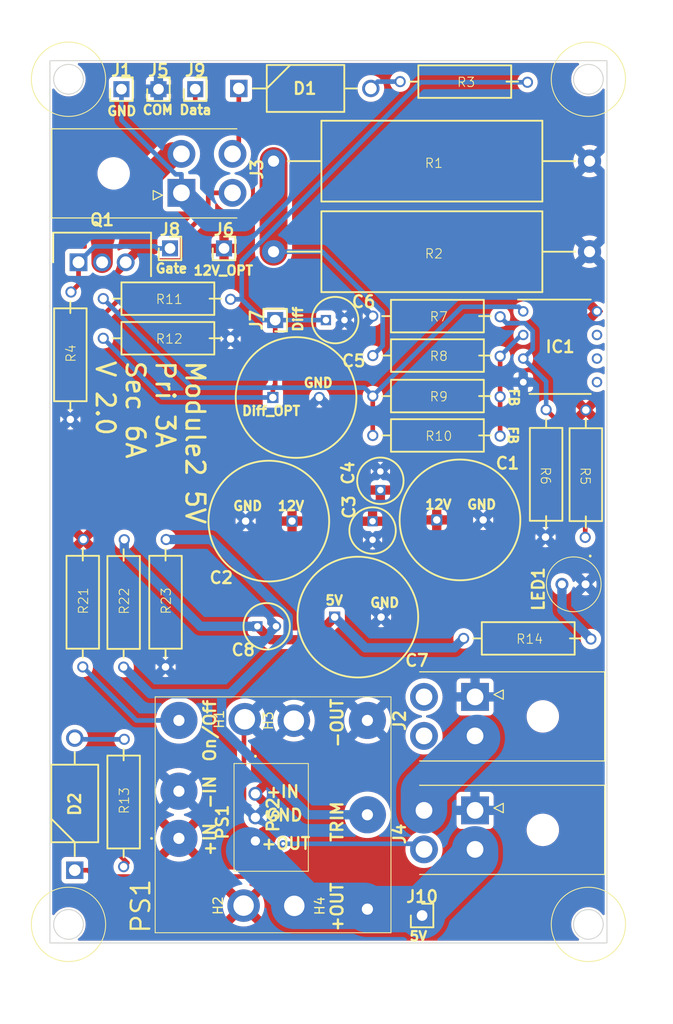
<source format=kicad_pcb>
(kicad_pcb (version 20221018) (generator pcbnew)
  (layers (0 "F.Cu" signal) (31 "B.Cu" signal) (34 "B.Paste" user) (35 "F.Paste" user) (36 "B.SilkS" user "B.Silkscreen") (37 "F.SilkS" user "F.Silkscreen") (38 "B.Mask" user) (39 "F.Mask" user) (44 "Edge.Cuts" user))
  (net 0 "")
  (net 1 "GND")
  (net 2 "/5V_Supply")
  (net 3 "Net-(D1-A)")
  (net 4 "Net-(D1-K)")
  (net 5 "Net-(D2-A)")
  (net 6 "Net-(D2-K)")
  (net 7 "/Prope_PMOS_Gate")
  (net 8 "Net-(IC1-1OUT)")
  (net 9 "/12V_Input")
  (net 10 "/Diff-")
  (net 11 "/DiffOpt")
  (net 12 "/Data")
  (net 13 "/EX_Power")
  (net 16 "Net-(LED1-A)")
  (net 17 "Net-(PS2-TRIM)")
  (net 18 "/12V_Supply")
  (net 19 "Net-(IC1-1IN-)")
  (net 20 "Net-(IC1-1IN+)")
  (net 24 "Net-(PS2-REMOTE_ON{slash}OFF)")
  (footprint "Costum:Resistor" (layer "F.Cu") (at 33.143 45.026)
    (fp_text reference "R11" (at 0 1.016 unlocked) (layer "F.SilkS") (effects (font (thickness 0.1))))
    (fp_text value "293-10K-RC")
    (pad "1" thru_hole circle (at -7.112 0.948) (size 1.2 1.2) (drill 0.8) (layers "*.Cu" "*.Mask") (net 8 "Net-(IC1-1OUT)"))
    (pad "2" thru_hole circle (at 6.604 1.016) (size 1.2 1.2) (drill 0.8) (layers "*.Cu" "*.Mask") (net 11 "/DiffOpt"))
  )
  (footprint "Import:CAPPRD500W60D1300H2200" (layer "F.Cu") (at 44.3014 56.6166)
    (fp_text reference "C5" (at 8.7084 -3.937) (layer "F.SilkS") (effects (font (size 1.27 1.27) (thickness 0.254))))
    (fp_text value "MAL214250102E3" hide)
    (pad "1" thru_hole rect (at 0 0) (size 1.2 1.2) (drill 0.8) (layers "*.Cu" "*.Mask") (net 11 "/DiffOpt"))
    (pad "2" thru_hole circle (at 5 0) (size 1.2 1.2) (drill 0.8) (layers "*.Cu" "*.Mask") (net 1 "GND"))
  )
  (footprint "Costum:Resistor" (layer "F.Cu") (at 21.5392 51.8668 90)
    (fp_text reference "R4" (at 0 1.016 90 unlocked) (layer "F.SilkS") (effects (font (thickness 0.1))))
    (fp_text value "293-10K-RC")
    (pad "1" thru_hole circle (at -7.112 0.948 90) (size 1.2 1.2) (drill 0.8) (layers "*.Cu" "*.Mask") (net 1 "GND"))
    (pad "2" thru_hole circle (at 6.604 1.016 90) (size 1.2 1.2) (drill 0.8) (layers "*.Cu" "*.Mask") (net 7 "/Prope_PMOS_Gate"))
  )
  (footprint "Costum:Power Resistor" (layer "F.Cu") (at 54.5338 41.6494)
    (fp_text reference "R2" (at 7.112 -0.508 unlocked) (layer "F.SilkS") (effects (font (thickness 0.1))))
    (fp_text value "RSAWW51R0")
    (pad "1" thru_hole circle (at -10.16 -0.73) (size 2.5 2.5) (drill 1.2) (layers "*.Cu" "*.Mask") (net 10 "/Diff-"))
    (pad "2" thru_hole circle (at 23.876 -0.73) (size 2.5 2.5) (drill 1.2) (layers "*.Cu" "*.Mask") (net 1 "GND"))
  )
  (footprint "Import:CAPPRD500W60D1300H2200" (layer "F.Cu") (at 50.9562 80.264)
    (fp_text reference "C7" (at 8.8608 4.6736) (layer "F.SilkS") (effects (font (size 1.27 1.27) (thickness 0.254))))
    (fp_text value "MAL214250102E3" hide)
    (pad "1" thru_hole rect (at 0 0) (size 1.2 1.2) (drill 0.8) (layers "*.Cu" "*.Mask") (net 2 "/5V_Supply"))
    (pad "2" thru_hole circle (at 5 0) (size 1.2 1.2) (drill 0.8) (layers "*.Cu" "*.Mask") (net 1 "GND"))
  )
  (footprint "Import:CAPPRD200W50D500H1100" (layer "F.Cu") (at 50.0126 48.2854)
    (fp_text reference "C6" (at 4.064 -1.9812) (layer "F.SilkS") (effects (font (size 1.27 1.27) (thickness 0.254))))
    (fp_text value "515D225M100JA6AE3" hide)
    (pad "1" thru_hole rect (at 0 0) (size 1.1 1.1) (drill 0.7) (layers "*.Cu" "*.Mask") (net 11 "/DiffOpt"))
    (pad "2" thru_hole circle (at 2 0) (size 1.1 1.1) (drill 0.7) (layers "*.Cu" "*.Mask") (net 1 "GND"))
  )
  (footprint "Import:39-30-104Y" (layer "F.Cu") (at 66.0806 101.0748 90)
    (fp_text reference "J4" (at -2.54 -8.128 90) (layer "F.SilkS") (effects (font (size 1.27 1.27) (thickness 0.254))))
    (fp_text value "39-30-1040" hide)
    (pad "" np_thru_hole circle (at -2.1 7.3 90) (size 3 3) (drill 3) (layers "*.Cu" "*.Mask"))
    (pad "1" thru_hole rect (at 0 0 90) (size 3 3) (drill 1.8) (layers "*.Cu" "*.Mask") (net 1 "GND"))
    (pad "2" thru_hole circle (at -4.2 0 90) (size 3 3) (drill 1.8) (layers "*.Cu" "*.Mask") (net 2 "/5V_Supply"))
    (pad "3" thru_hole circle (at 0 -5.5 90) (size 3 3) (drill 1.8) (layers "*.Cu" "*.Mask") (net 13 "/EX_Power"))
    (pad "4" thru_hole circle (at -4.2 -5.5 90) (size 3 3) (drill 1.8) (layers "*.Cu" "*.Mask") (net 6 "Net-(D2-K)"))
  )
  (footprint "Costum:Resistor" (layer "F.Cu") (at 62.1752 46.9056)
    (fp_text reference "R7" (at 0 1.016 unlocked) (layer "F.SilkS") (effects (font (thickness 0.1))))
    (fp_text value "293-10K-RC")
    (pad "1" thru_hole circle (at -7.112 0.948) (size 1.2 1.2) (drill 0.8) (layers "*.Cu" "*.Mask") (net 1 "GND"))
    (pad "2" thru_hole circle (at 6.604 1.016) (size 1.2 1.2) (drill 0.8) (layers "*.Cu" "*.Mask") (net 20 "Net-(IC1-1IN+)"))
  )
  (footprint "Import:HDRV1W66P0X254_1X1_213X254X1074P" (layer "F.Cu") (at 27.9908 23.4188)
    (fp_text reference "J1" (at 0 -2.032) (layer "F.SilkS") (effects (font (size 1.27 1.27) (thickness 0.254))))
    (fp_text value "87224-1" hide)
    (pad "1" thru_hole rect (at 0 0) (size 1.725 1.725) (drill 1.15) (layers "*.Cu" "*.Mask") (net 10 "/Diff-"))
  )
  (footprint "Import:39-30-104Y" (layer "F.Cu") (at 34.4526 34.5866 -90)
    (fp_text reference "J3" (at -2.54 -8.128 -90) (layer "F.SilkS") (effects (font (size 1.27 1.27) (thickness 0.254))))
    (fp_text value "39-30-1040" hide)
    (pad "" np_thru_hole circle (at -2.1 7.3 270) (size 3 3) (drill 3) (layers "*.Cu" "*.Mask"))
    (pad "1" thru_hole rect (at 0 0 270) (size 3 3) (drill 1.8) (layers "*.Cu" "*.Mask") (net 10 "/Diff-"))
    (pad "2" thru_hole circle (at -4.2 0 270) (size 3 3) (drill 1.8) (layers "*.Cu" "*.Mask") (net 9 "/12V_Input"))
    (pad "3" thru_hole circle (at 0 -5.5 270) (size 3 3) (drill 1.8) (layers "*.Cu" "*.Mask") (net 12 "/Data"))
    (pad "4" thru_hole circle (at -4.2 -5.5 270) (size 3 3) (drill 1.8) (layers "*.Cu" "*.Mask") (net 4 "Net-(D1-K)"))
  )
  (footprint "Import:DIOAD2855W107L835D505" (layer "F.Cu") (at 33.5197 23.3426)
    (fp_text reference "D1" (at 14.224 0) (layer "F.SilkS") (effects (font (size 1.27 1.27) (thickness 0.254))))
    (fp_text value "1.5KE22CAHE3_A_C" hide)
    (pad "1" thru_hole rect (at 7.112 0) (size 1.875 1.875) (drill 1.25) (layers "*.Cu" "*.Mask") (net 4 "Net-(D1-K)"))
    (pad "2" thru_hole circle (at 21.336 0) (size 1.875 1.875) (drill 1.25) (layers "*.Cu" "*.Mask") (net 3 "Net-(D1-A)"))
  )
  (footprint "Import:HDRV1W66P0X254_1X1_213X254X1074P" (layer "F.Cu") (at 35.941 23.4188)
    (fp_text reference "J9" (at 0 -2.032) (layer "F.SilkS") (effects (font (size 1.27 1.27) (thickness 0.254))))
    (fp_text value "87224-1" hide)
    (pad "1" thru_hole rect (at 0 0) (size 1.725 1.725) (drill 1.15) (layers "*.Cu" "*.Mask") (net 12 "/Data"))
  )
  (footprint "Costum:Resistor" (layer "F.Cu") (at 74.6842 65.0454 -90)
    (fp_text reference "R6" (at 0 1.016 -90 unlocked) (layer "F.SilkS") (effects (font (thickness 0.1))))
    (fp_text value "293-10K-RC")
    (pad "1" thru_hole circle (at -7.112 0.948 270) (size 1.2 1.2) (drill 0.8) (layers "*.Cu" "*.Mask") (net 20 "Net-(IC1-1IN+)"))
    (pad "2" thru_hole circle (at 6.604 1.016 270) (size 1.2 1.2) (drill 0.8) (layers "*.Cu" "*.Mask") (net 1 "GND"))
  )
  (footprint "Import:TO254P469X1042X1967-3P" (layer "F.Cu") (at 23.368 42.0624)
    (fp_text reference "Q1" (at 2.54 -4.572) (layer "F.SilkS") (effects (font (size 1.27 1.27) (thickness 0.254))))
    (fp_text value "IRF4905PBF" hide)
    (pad "1" thru_hole rect (at 0 0) (size 1.92 1.92) (drill 1.28) (layers "*.Cu" "*.Mask") (net 7 "/Prope_PMOS_Gate"))
    (pad "2" thru_hole circle (at 2.54 0) (size 1.92 1.92) (drill 1.28) (layers "*.Cu" "*.Mask") (net 9 "/12V_Input"))
    (pad "3" thru_hole circle (at 5.08 0) (size 1.92 1.92) (drill 1.28) (layers "*.Cu" "*.Mask") (net 18 "/12V_Supply"))
  )
  (footprint "Costum:Resistor" (layer "F.Cu") (at 27.2792 78.5368 90)
    (fp_text reference "R22" (at 0 1.016 90 unlocked) (layer "F.SilkS") (effects (font (thickness 0.1))))
    (fp_text value "293-10K-RC")
    (pad "1" thru_hole circle (at -7.112 0.948 90) (size 1.2 1.2) (drill 0.8) (layers "*.Cu" "*.Mask") (net 17 "Net-(PS2-TRIM)"))
    (pad "2" thru_hole circle (at 6.604 1.016 90) (size 1.2 1.2) (drill 0.8) (layers "*.Cu" "*.Mask") (net 2 "/5V_Supply"))
  )
  (footprint "Costum:Resistor" (layer "F.Cu") (at 62.1792 51.1556)
    (fp_text reference "R8" (at 0 1.016 unlocked) (layer "F.SilkS") (effects (font (thickness 0.1))))
    (fp_text value "293-10K-RC")
    (pad "1" thru_hole circle (at -7.112 0.948) (size 1.2 1.2) (drill 0.8) (layers "*.Cu" "*.Mask") (net 10 "/Diff-"))
    (pad "2" thru_hole circle (at 6.604 1.016) (size 1.2 1.2) (drill 0.8) (layers "*.Cu" "*.Mask") (net 19 "Net-(IC1-1IN-)"))
  )
  (footprint "Import:HDRV1W66P0X254_1X1_213X254X1074P" (layer "F.Cu") (at 31.9786 23.4188)
    (fp_text reference "J5" (at 0 -2.032) (layer "F.SilkS") (effects (font (size 1.27 1.27) (thickness 0.254))))
    (fp_text value "87224-1" hide)
    (pad "1" thru_hole rect (at 0 0) (size 1.725 1.725) (drill 1.15) (layers "*.Cu" "*.Mask") (net 1 "GND"))
  )
  (footprint "MountingHole:MountingHole_2.2mm_M2_ISO7380_Pad_TopBottom" (layer "F.Cu") (at 46.6106 111.3554 -90)
    (fp_text reference "H4" (at 0 -2.75 90) (layer "F.SilkS"))
    (fp_text value "MountingHole_Pad")
    (pad "1" thru_hole circle (at 0 0 270) (size 2.6 2.6) (drill 2.2) (layers "*.Cu" "*.Mask") (net 2 "/5V_Supply"))
    (pad "1" connect circle (at 0 0 270) (size 3.5 3.5) (layers "F.Cu" "F.Mask") (net 2 "/5V_Supply"))
    (pad "1" connect circle (at 0 0 270) (size 3.5 3.5) (layers "B.Cu" "B.Mask") (net 2 "/5V_Supply"))
  )
  (footprint "Costum:Resistor" (layer "F.Cu") (at 33.143 49.2932)
    (fp_text reference "R12" (at 0 1.016 unlocked) (layer "F.SilkS") (effects (font (thickness 0.1))))
    (fp_text value "293-10K-RC")
    (pad "1" thru_hole circle (at -7.112 0.948) (size 1.2 1.2) (drill 0.8) (layers "*.Cu" "*.Mask") (net 11 "/DiffOpt"))
    (pad "2" thru_hole circle (at 6.604 1.016) (size 1.2 1.2) (drill 0.8) (layers "*.Cu" "*.Mask") (net 1 "GND"))
  )
  (footprint "Costum:Resistor" (layer "F.Cu") (at 31.7926 78.5154 90)
    (fp_text reference "R23" (at 0 1.016 90 unlocked) (layer "F.SilkS") (effects (font (thickness 0.1))))
    (fp_text value "293-10K-RC")
    (pad "1" thru_hole circle (at -7.112 0.948 90) (size 1.2 1.2) (drill 0.8) (layers "*.Cu" "*.Mask") (net 1 "GND"))
    (pad "2" thru_hole circle (at 6.604 1.016 90) (size 1.2 1.2) (drill 0.8) (layers "*.Cu" "*.Mask") (net 17 "Net-(PS2-TRIM)"))
  )
  (footprint "Import:K78XXM1000R3" (layer "F.Cu") (at 42.4196 99.2904 -90)
    (fp_text reference "PS1" (at 3.048 3.556 -90) (layer "F.SilkS") (effects (font (size 1.27 1.27) (thickness 0.254))))
    (fp_text value "K78XXM-1000R3" hide)
    (fp_text user "+OUT" (at 6.096 -0.508 unlocked) (layer "F.SilkS") (effects (font (size 1.27 1.27) (thickness 0.254) bold) (justify left bottom)))
    (fp_text user "GND" (at 3.048 -1.016 unlocked) (layer "F.SilkS") (effects (font (size 1.27 1.27) (thickness 0.254) bold) (justify left bottom)))
    (fp_text user "+IN" (at 0.508 -1.016 unlocked) (layer "F.SilkS") (effects (font (size 1.27 1.27) (thickness 0.254) bold) (justify left bottom)))
    (pad "1" thru_hole circle (at 0 0 270) (size 1.5 1.5) (drill 1) (layers "*.Cu" "*.Mask") (net 18 "/12V_Supply"))
    (pad "2" thru_hole circle (at 2.54 0 270) (size 1.5 1.5) (drill 1) (layers "*.Cu" "*.Mask") (net 1 "GND"))
    (pad "3" thru_hole circle (at 5.08 0 270) (size 1.5 1.5) (drill 1) (layers "*.Cu" "*.Mask") (net 2 "/5V_Supply"))
  )
  (footprint "Costum:Resistor" (layer "F.Cu") (at 62.1752 55.5162)
    (fp_text reference "R9" (at 0 1.016 unlocked) (layer "F.SilkS") (effects (font (thickness 0.1))))
    (fp_text value "293-10K-RC")
    (pad "1" thru_hole circle (at -7.112 0.948) (size 1.2 1.2) (drill 0.8) (layers "*.Cu" "*.Mask") (net 8 "Net-(IC1-1OUT)"))
    (pad "2" thru_hole circle (at 6.604 1.016) (size 1.2 1.2) (drill 0.8) (layers "*.Cu" "*.Mask") (net 19 "Net-(IC1-1IN-)"))
  )
  (footprint "MountingHole:MountingHole_2.2mm_M2_ISO7380_Pad_TopBottom" (layer "F.Cu") (at 46.5598 91.4164 90)
    (fp_text reference "H3" (at 0 -2.75 90) (layer "F.SilkS"))
    (fp_text value "MountingHole_Pad")
    (pad "1" thru_hole circle (at 0 0 90) (size 2.6 2.6) (drill 2.2) (layers "*.Cu" "*.Mask") (net 1 "GND"))
    (pad "1" connect circle (at 0 0 90) (size 3.5 3.5) (layers "F.Cu" "F.Mask") (net 1 "GND"))
    (pad "1" connect circle (at 0 0 90) (size 3.5 3.5) (layers "B.Cu" "B.Mask") (net 1 "GND"))
  )
  (footprint "Import:CAPPRD200W50D500H1100" (layer "F.Cu") (at 55.0418 69.9422 -90)
    (fp_text reference "C3" (at -1.524 2.54 -90) (layer "F.SilkS") (effects (font (size 1.27 1.27) (thickness 0.254))))
    (fp_text value "515D225M100JA6AE3" hide)
    (pad "1" thru_hole rect (at 0 0 270) (size 1.1 1.1) (drill 0.7) (layers "*.Cu" "*.Mask") (net 18 "/12V_Supply"))
    (pad "2" thru_hole circle (at 2 0 270) (size 1.1 1.1) (drill 0.7) (layers "*.Cu" "*.Mask") (net 1 "GND"))
  )
  (footprint "Costum:Resistor" (layer "F.Cu") (at 78.9608 65.0748 -90)
    (fp_text reference "R5" (at 0 1.016 -90 unlocked) (layer "F.SilkS") (effects (font (thickness 0.1))))
    (fp_text value "293-10K-RC")
    (pad "1" thru_hole circle (at -7.112 0.948 270) (size 1.2 1.2) (drill 0.8) (layers "*.Cu" "*.Mask") (net 18 "/12V_Supply"))
    (pad "2" thru_hole circle (at 6.604 1.016 270) (size 1.2 1.2) (drill 0.8) (layers "*.Cu" "*.Mask") (net 20 "Net-(IC1-1IN+)"))
  )
  (footprint "Import:HDRV1W66P0X254_1X1_213X254X1074P" (layer "F.Cu") (at 60.3758 112.395)
    (fp_text reference "J10" (at 0 -2.032) (layer "F.SilkS") (effects (font (size 1.27 1.27) (thickness 0.254))))
    (fp_text value "87224-1" hide)
    (pad "1" thru_hole rect (at 0 0) (size 1.725 1.725) (drill 1.15) (layers "*.Cu" "*.Mask") (net 2 "/5V_Supply"))
  )
  (footprint "Import:CAPPRD500W60D1300H2200" (layer "F.Cu") (at 61.9544 69.7992)
    (fp_text reference "C1" (at 7.62 -6.096) (layer "F.SilkS") (effects (font (size 1.27 1.27) (thickness 0.254))))
    (fp_text value "MAL214250102E3" hide)
    (pad "1" thru_hole rect (at 0 0) (size 1.2 1.2) (drill 0.8) (layers "*.Cu" "*.Mask") (net 18 "/12V_Supply"))
    (pad "2" thru_hole circle (at 5 0) (size 1.2 1.2) (drill 0.8) (layers "*.Cu" "*.Mask") (net 1 "GND"))
  )
  (footprint "Import:CAPPRD500W60D1300H2200" (layer "F.Cu") (at 46.3658 69.9262 180)
    (fp_text reference "C2" (at 7.62 -6.096 180) (layer "F.SilkS") (effects (font (size 1.27 1.27) (thickness 0.254))))
    (fp_text value "MAL214250102E3" hide)
    (pad "1" thru_hole rect (at 0 0 180) (size 1.2 1.2) (drill 0.8) (layers "*.Cu" "*.Mask") (net 18 "/12V_Supply"))
    (pad "2" thru_hole circle (at 5 0 180) (size 1.2 1.2) (drill 0.8) (layers "*.Cu" "*.Mask") (net 1 "GND"))
  )
  (footprint "Import:DIOAD2855W107L835D505" (layer "F.Cu") (at 22.9616 114.6302 90)
    (fp_text reference "D2" (at 14.224 0 90) (layer "F.SilkS") (effects (font (size 1.27 1.27) (thickness 0.254))))
    (fp_text value "1.5KE22CAHE3_A_C" hide)
    (pad "1" thru_hole rect (at 7.112 0 90) (size 1.875 1.875) (drill 1.25) (layers "*.Cu" "*.Mask") (net 6 "Net-(D2-K)"))
    (pad "2" thru_hole circle (at 21.336 0 90) (size 1.875 1.875) (drill 1.25) (layers "*.Cu" "*.Mask") (net 5 "Net-(D2-A)"))
  )
  (footprint "Costum:Resistor" (layer "F.Cu") (at 62.1752 59.758)
    (fp_text reference "R10" (at 0 1.016 unlocked) (layer "F.SilkS") (effects (font (thickness 0.1))))
    (fp_text value "293-10K-RC")
    (pad "1" thru_hole circle (at -7.112 0.948) (size 1.2 1.2) (drill 0.8) (layers "*.Cu" "*.Mask") (net 8 "Net-(IC1-1OUT)"))
    (pad "2" thru_hole circle (at 6.604 1.016) (size 1.2 1.2) (drill 0.8) (layers "*.Cu" "*.Mask") (net 19 "Net-(IC1-1IN-)"))
  )
  (footprint "Import:HDRV1W66P0X254_1X1_213X254X1074P" (layer "F.Cu") (at 33.2232 40.5638)
    (fp_text reference "J8" (at 0 -2.032) (layer "F.SilkS") (effects (font (size 1.27 1.27) (thickness 0.254))))
    (fp_text value "87224-1" hide)
    (pad "1" thru_hole rect (at 0 0) (size 1.725 1.725) (drill 1.15) (layers "*.Cu" "*.Mask") (net 7 "/Prope_PMOS_Gate"))
  )
  (footprint "MountingHole:MountingHole_2.2mm_M2_ISO7380_Pad_TopBottom" (layer "F.Cu") (at 41.1496 111.33 90)
    (fp_text reference "H2" (at 0 -2.75 90) (layer "F.SilkS"))
    (fp_text value "MountingHole_Pad")
    (pad "1" thru_hole circle (at 0 0 90) (size 2.6 2.6) (drill 2.2) (layers "*.Cu" "*.Mask") (net 18 "/12V_Supply"))
    (pad "1" connect circle (at 0 0 90) (size 3.5 3.5) (layers "F.Cu" "F.Mask") (net 18 "/12V_Supply"))
    (pad "1" connect circle (at 0 0 90) (size 3.5 3.5) (layers "B.Cu" "B.Mask") (net 18 "/12V_Supply"))
  )
  (footprint "Import:DIP794W53P254L959H508Q8N" (layer "F.Cu") (at 75.2424 51.1556)
    (fp_text reference "IC1" (at 0 0) (layer "F.SilkS") (effects (font (size 1.27 1.27) (thickness 0.254))))
    (fp_text value "LM293P" hide)
    (pad "1" thru_hole circle (at -3.97 -3.81) (size 1.13 1.13) (drill 0.73) (layers "*.Cu" "*.Mask") (net 8 "Net-(IC1-1OUT)"))
    (pad "2" thru_hole circle (at -3.97 -1.27) (size 1.13 1.13) (drill 0.73) (layers "*.Cu" "*.Mask") (net 19 "Net-(IC1-1IN-)"))
    (pad "3" thru_hole circle (at -3.97 1.27) (size 1.13 1.13) (drill 0.73) (layers "*.Cu" "*.Mask") (net 20 "Net-(IC1-1IN+)"))
    (pad "4" thru_hole rect (at -3.97 3.81) (size 1.13 1.13) (drill 0.73) (layers "*.Cu" "*.Mask") (net 1 "GND"))
    (pad "5" thru_hole circle (at 3.97 3.81) (size 1.13 1.13) (drill 0.73) (layers "*.Cu" "*.Mask"))
    (pad "6" thru_hole circle (at 3.97 1.27) (size 1.13 1.13) (drill 0.73) (layers "*.Cu" "*.Mask"))
    (pad "7" thru_hole circle (at 3.97 -1.27) (size 1.13 1.13) (drill 0.73) (layers "*.Cu" "*.Mask"))
    (pad "8" thru_hole circle (at 3.97 -3.81) (size 1.13 1.13) (drill 0.73) (layers "*.Cu" "*.Mask") (net 18 "/12V_Supply"))
  )
  (footprint "Costum:Resistor" (layer "F.Cu") (at 27.2796 100.0252 90)
    (fp_text reference "R13" (at 0 1.016 90 unlocked) (layer "F.SilkS") (effects (font (thickness 0.1))))
    (fp_text value "293-10K-RC")
    (pad "1" thru_hole circle (at -7.112 0.948 90) (size 1.2 1.2) (drill 0.8) (layers "*.Cu" "*.Mask") (net 12 "/Data"))
    (pad "2" thru_hole circle (at 6.604 1.016 90) (size 1.2 1.2) (drill 0.8) (layers "*.Cu" "*.Mask") (net 5 "Net-(D2-A)"))
  )
  (footprint "Costum:Power Resistor" (layer "F.Cu") (at 54.5338 31.8958)
    (fp_text reference "R1" (at 7.112 -0.508 unlocked) (layer "F.SilkS") (effects (font (thickness 0.1))))
    (fp_text value "RSAWW51R0")
    (pad "1" thru_hole circle (at -10.16 -0.73) (size 2.5 2.5) (drill 1.2) (layers "*.Cu" "*.Mask") (net 10 "/Diff-"))
    (pad "2" thru_hole circle (at 23.876 -0.73) (size 2.5 2.5) (drill 1.2) (layers "*.Cu" "*.Mask") (net 1 "GND"))
  )
  (footprint "Import:HDRV1W66P0X254_1X1_213X254X1074P" (layer "F.Cu") (at 44.5516 48.2854 90)
    (fp_text reference "J7" (at 0 -2.032 90) (layer "F.SilkS") (effects (font (size 1.27 1.27) (thickness 0.254))))
    (fp_text value "87224-1" hide)
    (pad "1" thru_hole rect (at 0 0 90) (size 1.725 1.725) (drill 1.15) (layers "*.Cu" "*.Mask") (net 11 "/DiffOpt"))
  )
  (footprint "Costum:Resistor" (layer "F.Cu") (at 65.1216 21.658)
    (fp_text reference "R3" (at 0 1.016 unlocked) (layer "F.SilkS") (effects (font (thickness 0.1))))
    (fp_text value "293-10K-RC")
    (pad "1" thru_hole circle (at -7.112 0.948) (size 1.2 1.2) (drill 0.8) (layers "*.Cu" "*.Mask") (net 3 "Net-(D1-A)"))
    (pad "2" thru_hole circle (at 6.604 1.016) (size 1.2 1.2) (drill 0.8) (layers "*.Cu" "*.Mask") (net 11 "/DiffOpt"))
  )
  (footprint "Import:CAPPRD200W50D500H1100" (layer "F.Cu") (at 42.6372 81.2546)
    (fp_text reference "C8" (at -1.524 2.54) (layer "F.SilkS") (effects (font (size 1.27 1.27) (thickness 0.254))))
    (fp_text value "515D225M100JA6AE3" hide)
    (pad "1" thru_hole rect (at 0 0) (size 1.1 1.1) (drill 0.7) (layers "*.Cu" "*.Mask") (net 2 "/5V_Supply"))
    (pad "2" thru_hole circle (at 2 0) (size 1.1 1.1) (drill 0.7) (layers "*.Cu" "*.Mask") (net 1 "GND"))
  )
  (footprint "Import:CAPPRD200W50D500H1100" (layer "F.Cu") (at 55.88 66.5828 90)
    (fp_text reference "C4" (at 1.8382 -3.4798 90) (layer "F.SilkS") (effects (font (size 1.27 1.27) (thickness 0.254))))
    (fp_text value "515D225M100JA6AE3" hide)
    (pad "1" thru_hole rect (at 0 0 90) (size 1.1 1.1) (drill 0.7) (layers "*.Cu" "*.Mask") (net 18 "/12V_Supply"))
    (pad "2" thru_hole circle (at 2 0 90) (size 1.1 1.1) (drill 0.7) (layers "*.Cu" "*.Mask") (net 1 "GND"))
  )
  (footprint "Import:THL254812WI" (layer "F.Cu") (at 34.183 104.0892 90)
    (fp_text reference "PS2" (at 2.54 10.14 90) (layer "F.SilkS") (effects (font (size 1.27 1.27) (thickness 0.254))))
    (fp_text value "THL_25-2411WI" hide)
    (fp_text user "+OUT" (at -10.16 17.78 90 unlocked) (layer "F.SilkS") (effects (font (size 1.27 1.27) (thickness 0.254) bold) (justify left bottom)))
    (fp_text user "TRIM" (at -0.508 17.78 90 unlocked) (layer "F.SilkS") (effects (font (size 1.27 1.27) (thickness 0.254) bold) (justify left bottom)))
    (fp_text user "On/Off" (at 8.128 4.064 90 unlocked) (layer "F.SilkS") (effects (font (size 1.27 1.27) (thickness 0.254) bold) (justify left bottom)))
    (fp_text user "-IN" (at 3.048 4.064 90 unlocked) (layer "F.SilkS") (effects (font (size 1.27 1.27) (thickness 0.254) bold) (justify left bottom)))
    (fp_text user "+IN" (at -2.032 4.064 90 unlocked) (layer "F.SilkS") (effects (font (size 1.27 1.27) (thickness 0.254) bold) (justify left bottom)))
    (fp_text user "-OUT" (at 9.652 17.78 90 unlocked) (layer "F.SilkS") (effects (font (size 1.27 1.27) (thickness 0.254) bold) (justify left bottom)))
    (pad "1" thru_hole circle (at 0 0 90) (size 4 4) (drill 1.2) (layers "*.Cu" "*.Mask") (net 18 "/12V_Supply"))
    (pad "2" thru_hole circle (at 5.08 0 90) (size 4 4) (drill 1.2) (layers "*.Cu" "*.Mask") (net 1 "GND"))
    (pad "3" thru_hole circle (at -7.62 20.3 90) (size 4 4) (drill 1.2) (layers "*.Cu" "*.Mask") (net 2 "/5V_Supply"))
    (pad "4" thru_hole circle (at 2.54 20.3 90) (size 4 4) (drill 1.2) (layers "*.Cu" "*.Mask") (net 17 "Net-(PS2-TRIM)"))
    (pad "5" thru_hole circle (at 12.7 20.3 90) (size 4 4) (drill 1.2) (layers "*.Cu" "*.Mask") (net 1 "GND"))
    (pad "6" thru_hole circle (at 12.7 0 90) (size 4 4) (drill 1.2) (layers "*.Cu" "*.Mask") (net 24 "Net-(PS2-REMOTE_ON{slash}OFF)"))
  )
  (footprint "MountingHole:MountingHole_2.2mm_M2_ISO7380_Pad_TopBottom" (layer "F.Cu") (at 41.2766 91.264 90)
    (fp_text reference "H1" (at 0 -2.75 90) (layer "F.SilkS"))
    (fp_text value "MountingHole_Pad")
    (pad "1" thru_hole circle (at 0 0 90) (size 2.6 2.6) (drill 2.2) (layers "*.Cu" "*.Mask") (net 1 "GND"))
    (pad "1" connect circle (at 0 0 90) (size 3.5 3.5) (layers "F.Cu" "F.Mask") (net 1 "GND"))
    (pad "1" connect circle (at 0 0 90) (size 3.5 3.5) (layers "B.Cu" "B.Mask") (net 1 "GND"))
  )
  (footprint "Import:39-30-104Y" (layer "F.Cu") (at 66.0806 88.8574 90)
    (fp_text reference "J2" (at -2.54 -8.128 90) (layer "F.SilkS") (effects (font (size 1.27 1.27) (thickness 0.254))))
    (fp_text value "39-30-1040" hide)
    (pad "" np_thru_hole circle (at -2.1 7.3 90) (size 3 3) (drill 3) (layers "*.Cu" "*.Mask"))
    (pad "1" thru_hole rect (at 0 0 90) (size 3 3) (drill 1.8) (layers "*.Cu" "*.Mask") (net 1 "GND"))
    (pad "2" thru_hole circle (at -4.2 0 90) (size 3 3) (drill 1.8) (layers "*.Cu" "*.Mask") (net 13 "/EX_Power"))
    (pad "3" thru_hole circle (at 0 -5.5 90) (size 3 3) (drill 1.8) (layers "*.Cu" "*.Mask"))
    (pad "4" thru_hole circle (at -4.2 -5.5 90) (size 3 3) (drill 1.8) (layers "*.Cu" "*.Mask"))
  )
  (footprint "Costum:Resistor" (layer "F.Cu") (at 71.9582 81.6102)
    (fp_text reference "R14" (at 0 1.016 unlocked) (layer "F.SilkS") (effects (font (thickness 0.1))))
    (fp_text value "293-10K-RC")
    (pad "1" thru_hole circle (at -7.112 0.948) (size 1.2 1.2) (drill 0.8) (layers "*.Cu" "*.Mask") (net 2 "/5V_Supply"))
    (pad "2" thru_hole circle (at 6.604 1.016) (size 1.2 1.2) (drill 0.8) (layers "*.Cu" "*.Mask") (net 16 "Net-(LED1-A)"))
  )
  (footprint "Import:2285045" (layer "F.Cu") (at 77.978 76.7334 -90)
    (fp_text reference "LED1" (at 0.508 5.08 -90) (layer "F.SilkS") (effects (font (size 1.27 1.27) (thickness 0.254))))
    (fp_text value "228-5045" hide)
    (pad "1" thru_hole circle (at 0 0 270) (size 1.397 1.397) (drill 0.86) (layers "*.Cu" "*.Mask") (net 1 "GND"))
    (pad "2" thru_hole circle (at 0 2.54 270) (size 1.397 1.397) (drill 0.86) (layers "*.Cu" "*.Mask") (net 16 "Net-(LED1-A)"))
  )
  (footprint "Costum:Resistor" (layer "F.Cu") (at 22.8772 78.5154 90)
    (fp_text reference "R21" (at 0 1.016 90 unlocked) (layer "F.SilkS") (effects (font (thickness 0.1))))
    (fp_text value "293-10K-RC")
    (pad "1" thru_hole circle (at -7.112 0.948 90) (size 1.2 1.2) (drill 0.8) (layers "*.Cu" "*.Mask") (net 24 "Net-(PS2-REMOTE_ON{slash}OFF)"))
    (pad "2" thru_hole circle (at 6.604 1.016 90) (size 1.2 1.2) (drill 0.8) (layers "*.Cu" "*.Mask") (net 18 "/12V_Supply"))
  )
  (footprint "Import:HDRV1W66P0X254_1X1_213X254X1074P" (layer "F.Cu") (at 39.0398 40.5638)
    (fp_text reference "J6" (at 0 -2.032) (layer "F.SilkS") (effects (font (size 1.27 1.27) (thickness 0.254))))
    (fp_text value "87224-1" hide)
    (pad "1" thru_hole rect (at 0 0) (size 1.725 1.725) (drill 1.15) (layers "*.Cu" "*.Mask") (net 18 "/12V_Supply"))
  )
  (gr_circle (center 22.288 22.352) (end 26.288 22.352) (stroke (width 0.1)) (fill none) (layer "F.SilkS"))
  (gr_circle (center 22.288 113.352) (end 26.288 113.352) (stroke (width 0.1)) (fill none) (layer "F.SilkS"))
  (gr_circle (center 78.288 22.352) (end 82.288 22.352) (stroke (width 0.1)) (fill none) (layer "F.SilkS"))
  (gr_circle (center 78.288 113.352) (end 82.288 113.352) (stroke (width 0.1)) (fill none) (layer "F.SilkS"))
  (gr_circle (center 22.288 22.352) (end 23.888 22.352) (stroke (width 0.1)) (fill none) (layer "Edge.Cuts"))
  (gr_rect (start 20.288 20.352) (end 80.288 115.352) (stroke (width 0.1)) (fill none) (layer "Edge.Cuts"))
  (gr_circle (center 22.288 113.352) (end 23.888 113.352) (stroke (width 0.1)) (fill none) (layer "Edge.Cuts"))
  (gr_circle (center 78.288 113.352) (end 79.888 113.352) (stroke (width 0.1)) (fill none) (layer "Edge.Cuts"))
  (gr_circle (center 78.288 22.352) (end 79.888 22.352) (stroke (width 0.1)) (fill none) (layer "Edge.Cuts"))
  (gr_text "GND" (at 50.8762 55.626) (layer "F.SilkS") (effects (font (size 1 1) (thickness 0.25)) (justify right bottom)))
  (gr_text "COM" (at 30.1498 26.2382) (layer "F.SilkS") (effects (font (size 1 1) (thickness 0.25)) (justify left bottom)))
  (gr_text "GND" (at 26.3398 26.3652) (layer "F.SilkS") (effects (font (size 1 1) (thickness 0.25)) (justify left bottom)))
  (gr_text "FB\n" (at 69.6722 57.7088 270) (layer "F.SilkS") (effects (font (size 1 1) (thickness 0.25)) (justify right bottom)))
  (gr_text "GND" (at 39.9034 68.8848) (layer "F.SilkS") (effects (font (size 1 1) (thickness 0.25)) (justify left bottom)))
  (gr_text "GND" (at 68.4784 68.7324) (layer "F.SilkS") (effects (font (size 1 1) (thickness 0.25)) (justify right bottom)))
  (gr_text "Module2 5V\nPri 3A\nSec 6A\nV 2.0" (at 25.0952 52.5018 270) (layer "F.SilkS") (effects (font (size 2 2) (thickness 0.3)) (justify left bottom)))
  (gr_text "Diff_OPT" (at 47.371 58.6486) (layer "F.SilkS") (effects (font (size 1 1) (thickness 0.25)) (justify right bottom)))
  (gr_text "PS1" (at 31.242 114.4524 90) (layer "F.SilkS") (effects (font (size 2 2) (thickness 0.25)) (justify left bottom)))
  (gr_text "5V" (at 58.9026 115.2144) (layer "F.SilkS") (effects (font (size 1 1) (thickness 0.25)) (justify left bottom)))
  (gr_text "GND" (at 54.6608 79.2988) (layer "F.SilkS") (effects (font (size 1 1) (thickness 0.25)) (justify left bottom)))
  (gr_text "12V_OPT" (at 35.6362 43.5356) (layer "F.SilkS") (effects (font (size 1 1) (thickness 0.25)) (justify left bottom)))
  (gr_text "12V" (at 63.6778 68.7324) (layer "F.SilkS") (effects (font (size 1 1) (thickness 0.25)) (justify right bottom)))
  (gr_text "5V\n" (at 49.8348 79.0448) (layer "F.SilkS") (effects (font (size 1 1) (thickness 0.25)) (justify left bottom)))
  (gr_text "Diff" (at 47.5996 49.657 90) (layer "F.SilkS") (effects (font (size 1 1) (thickness 0.25)) (justify left bottom)))
  (gr_text "Gate" (at 31.5468 43.307) (layer "F.SilkS") (effects (font (size 1 1) (thickness 0.25)) (justify left bottom)))
  (gr_text "FB\n" (at 69.5706 61.7728 270) (layer "F.SilkS") (effects (font (size 1 1) (thickness 0.25)) (justify right bottom)))
  (gr_text "Data" (at 34.1122 26.2382) (layer "F.SilkS") (effects (font (size 1 1) (thickness 0.25)) (justify left bottom)))
  (gr_text "12V" (at 44.704 68.8848) (layer "F.SilkS") (effects (font (size 1 1) (thickness 0.25)) (justify left bottom)))
  (segment (start 42.4196 101.8304) (end 41.1892 100.6) (width 0.5) (layer "F.Cu") (net 1))
  (segment (start 41.1892 91.3514) (end 41.2766 91.264) (width 0.5) (layer "F.Cu") (net 1))
  (segment (start 41.1892 100.6) (end 41.1892 91.3514) (width 0.5) (layer "F.Cu") (net 1))
  (segment (start 44.085 82.7024) (end 42.6372 81.2546) (width 1) (layer "F.Cu") (net 2))
  (segment (start 50.9562 80.264) (end 48.5178 82.7024) (width 1) (layer "F.Cu") (net 2))
  (segment (start 48.5178 82.7024) (end 44.085 82.7024) (width 1) (layer "F.Cu") (net 2))
  (segment (start 54.2622 83.57) (end 50.9562 80.264) (width 1) (layer "B.Cu") (net 2))
  (segment (start 66.0806 105.2751) (end 66.0806 106.0044) (width 5) (layer "B.Cu") (net 2))
  (segment (start 63.8344 83.57) (end 54.2622 83.57) (width 1) (layer "B.Cu") (net 2))
  (segment (start 47.7095 111.3554) (end 48.2308 111.3554) (width 5) (layer "B.Cu") (net 2))
  (segment (start 28.2952 73.0572) (end 36.4926 81.2546) (width 1) (layer "B.Cu") (net 2))
  (segment (start 66.0806 105.2751) (end 66.0806 105.2748) (width 2.9998) (layer "B.Cu") (net 2))
  (segment (start 48.2308 111.3554) (end 54.1292 111.3554) (width 5) (layer "B.Cu") (net 2))
  (segment (start 60.3758 111.7092) (end 54.483 111.7092) (width 5) (layer "B.Cu") (net 2))
  (segment (start 46.6106 111.3554) (end 48.2308 111.3554) (width 5) (layer "B.Cu") (net 2))
  (segment (start 60.3758 111.7092) (end 60.3758 112.395) (width 5) (layer "B.Cu") (net 2))
  (segment (start 54.1292 111.3554) (end 54.483 111.7092) (width 5) (layer "B.Cu") (net 2))
  (segment (start 41.7383 105.3842) (end 47.7095 111.3554) (width 5) (layer "B.Cu") (net 2))
  (segment (start 36.4926 81.2546) (end 41.3869 81.2546) (width 1) (layer "B.Cu") (net 2))
  (segment (start 64.8462 82.5582) (end 63.8344 83.57) (width 1) (layer "B.Cu") (net 2))
  (segment (start 66.0806 106.0044) (end 60.3758 111.7092) (width 5) (layer "B.Cu") (net 2))
  (segment (start 28.2952 71.9328) (end 28.2952 73.0572) (width 1) (layer "B.Cu") (net 2))
  (segment (start 41.3869 81.2546) (end 42.6372 81.2546) (width 1) (layer "B.Cu") (net 2))
  (segment (start 58.0096 22.606) (end 55.5923 22.606) (width 0.5) (layer "B.Cu") (net 3))
  (segment (start 55.5923 22.606) (end 54.8557 23.3426) (width 0.5) (layer "B.Cu") (net 3))
  (segment (start 40.6317 29.7075) (end 39.9526 30.3866) (width 0.5) (layer "F.Cu") (net 4))
  (segment (start 40.6317 23.3426) (end 40.6317 29.7075) (width 0.5) (layer "F.Cu") (net 4))
  (segment (start 28.2956 93.4212) (end 23.0886 93.4212) (width 0.5) (layer "B.Cu") (net 5))
  (segment (start 23.0886 93.4212) (end 22.9616 93.2942) (width 0.5) (layer "B.Cu") (net 5))
  (segment (start 41.8756 108.2018) (end 45.4078 104.6696) (width 0.5) (layer "F.Cu") (net 6))
  (segment (start 25.0827 108.2018) (end 41.8756 108.2018) (width 0.5) (layer "F.Cu") (net 6))
  (segment (start 24.3991 107.5182) (end 25.0827 108.2018) (width 0.5) (layer "F.Cu") (net 6))
  (segment (start 22.9616 107.5182) (end 24.3991 107.5182) (width 0.5) (layer "F.Cu") (net 6))
  (via (at 45.4078 104.6696) (size 0.8) (drill 0.4) (layers "F.Cu" "B.Cu") (net 6))
  (segment (start 45.4078 104.6696) (end 59.9754 104.6696) (width 0.5) (layer "B.Cu") (net 6))
  (segment (start 59.9754 104.6696) (end 60.5806 105.2748) (width 0.5) (layer "B.Cu") (net 6))
  (segment (start 23.368 44.45) (end 23.368 42.0624) (width 0.5) (layer "F.Cu") (net 7))
  (segment (start 22.5552 45.2628) (end 23.368 44.45) (width 0.5) (layer "F.Cu") (net 7))
  (segment (start 25.0861 40.3443) (end 23.368 42.0624) (width 0.5) (layer "B.Cu") (net 7))
  (segment (start 31.8607 40.5638) (end 31.6412 40.3443) (width 0.5) (layer "B.Cu") (net 7))
  (segment (start 33.2232 40.5638) (end 31.8607 40.5638) (width 0.5) (layer "B.Cu") (net 7))
  (segment (start 31.6412 40.3443) (end 25.0861 40.3443) (width 0.5) (layer "B.Cu") (net 7))
  (segment (start 55.0632 56.4642) (end 55.0632 60.706) (width 0.5) (layer "F.Cu") (net 8))
  (segment (start 70.7773 46.8505) (end 71.2724 47.3456) (width 0.5) (layer "B.Cu") (net 8))
  (segment (start 64.6769 46.8505) (end 70.7773 46.8505) (width 0.5) (layer "B.Cu") (net 8))
  (segment (start 54.1599 55.5609) (end 55.0632 56.4642) (width 0.5) (layer "B.Cu") (net 8))
  (segment (start 35.6179 55.5609) (end 54.1599 55.5609) (width 0.5) (layer "B.Cu") (net 8))
  (segment (start 55.0632 56.4642) (end 64.6769 46.8505) (width 0.5) (layer "B.Cu") (net 8))
  (segment (start 26.031 45.974) (end 35.6179 55.5609) (width 0.5) (layer "B.Cu") (net 8))
  (segment (start 33.4952 30.3866) (end 26.0096 37.8722) (width 2.5) (layer "F.Cu") (net 9))
  (segment (start 34.4526 30.3866) (end 33.4952 30.3866) (width 2.5) (layer "F.Cu") (net 9))
  (segment (start 26.0096 39.497) (end 25.908 39.5986) (width 2.5) (layer "F.Cu") (net 9))
  (segment (start 26.0096 37.8722) (end 26.0096 39.497) (width 2.5) (layer "F.Cu") (net 9))
  (segment (start 25.908 39.5986) (end 25.908 42.0624) (width 2.3) (layer "F.Cu") (net 9))
  (segment (start 44.3738 40.9194) (end 44.3738 31.1658) (width 3) (layer "F.Cu") (net 10))
  (segment (start 34.4526 32.5866) (end 33.8276 32.5866) (width 0.5) (layer "B.Cu") (net 10))
  (segment (start 44.3738 34.337331) (end 44.3738 31.1658) (width 2.4) (layer "B.Cu") (net 10))
  (segment (start 56.129 47.4259) (end 49.6225 40.9194) (width 0.5) (layer "B.Cu") (net 10))
  (segment (start 41.174531 37.5366) (end 44.3738 34.337331) (width 2.4) (layer "B.Cu") (net 10))
  (segment (start 56.129 51.0418) (end 56.129 47.4259) (width 0.5) (layer "B.Cu") (net 10))
  (segment (start 33.8276 32.5866) (end 27.9908 26.7498) (width 0.5) (layer "B.Cu") (net 10))
  (segment (start 27.9908 26.7498) (end 27.9908 23.4188) (width 0.5) (layer "B.Cu") (net 10))
  (segment (start 49.6225 40.9194) (end 44.3738 40.9194) (width 0.5) (layer "B.Cu") (net 10))
  (segment (start 34.4526 34.5866) (end 37.4026 37.5366) (width 2.4) (layer "B.Cu") (net 10))
  (segment (start 55.0672 52.1036) (end 56.129 51.0418) (width 0.5) (layer "B.Cu") (net 10))
  (segment (start 34.4526 34.5866) (end 34.4526 32.5866) (width 0.5) (layer "B.Cu") (net 10))
  (segment (start 37.4026 37.5366) (end 41.174531 37.5366) (width 2.4) (layer "B.Cu") (net 10))
  (segment (start 44.3014 56.6166) (end 44.3014 55.5166) (width 0.5) (layer "F.Cu") (net 11))
  (segment (start 44.3014 55.5166) (end 44.5516 55.2664) (width 0.5) (layer "F.Cu") (net 11))
  (segment (start 44.5516 55.2664) (end 44.5516 48.2854) (width 0.5) (layer "F.Cu") (net 11))
  (segment (start 32.4064 56.6166) (end 44.3014 56.6166) (width 0.5) (layer "B.Cu") (net 11))
  (segment (start 40.9457 41.9335) (end 40.9457 46.042) (width 0.5) (layer "B.Cu") (net 11))
  (segment (start 71.7256 22.674) (end 60.2052 22.674) (width 0.5) (layer "B.Cu") (net 11))
  (segment (start 26.031 50.2412) (end 32.4064 56.6166) (width 0.5) (layer "B.Cu") (net 11))
  (segment (start 50.0126 48.2854) (end 44.5516 48.2854) (width 0.5) (layer "B.Cu") (net 11))
  (segment (start 40.9457 46.042) (end 43.1891 48.2854) (width 0.5) (layer "B.Cu") (net 11))
  (segment (start 39.747 46.042) (end 40.9457 46.042) (width 0.5) (layer "B.Cu") (net 11))
  (segment (start 60.2052 22.674) (end 40.9457 41.9335) (width 0.5) (layer "B.Cu") (net 11))
  (segment (start 44.5516 48.2854) (end 43.1891 48.2854) (width 0.5) (layer "B.Cu") (net 11))
  (segment (start 39.9526 34.5866) (end 37.3397 34.5866) (width 0.5) (layer "F.Cu") (net 12))
  (segment (start 37.3397 36.4473) (end 37.3397 34.5866) (width 0.5) (layer "F.Cu") (net 12))
  (segment (start 28.6299 106.7349) (end 20.788 98.893) (width 0.5) (layer "F.Cu") (net 12))
  (segment (start 31.9107 41.8763) (end 34.5357 41.8763) (width 0.5) (layer "F.Cu") (net 12))
  (segment (start 37.3397 26.18) (end 35.941 24.7813) (width 0.5) (layer "F.Cu") (net 12))
  (segment (start 22.6487 51.1383) (end 31.9107 41.8763) (width 0.5) (layer "F.Cu") (net 12))
  (segment (start 35.941 23.4188) (end 35.941 24.7813) (width 0.5) (layer "F.Cu") (net 12))
  (segment (start 20.788 51.1383) (end 22.6487 51.1383) (width 0.5) (layer "F.Cu") (net 12))
  (segment (start 20.788 98.893) (end 20.788 51.1383) (width 0.5) (layer "F.Cu") (net 12))
  (segment (start 34.5357 39.2513) (end 37.3397 36.4473) (width 0.5) (layer "F.Cu") (net 12))
  (segment (start 34.5357 41.8763) (end 34.5357 39.2513) (width 0.5) (layer "F.Cu") (net 12))
  (segment (start 28.2276 107.1372) (end 28.6299 106.7349) (width 0.5) (layer "F.Cu") (net 12))
  (segment (start 37.3397 34.5866) (end 37.3397 26.18) (width 0.5) (layer "F.Cu") (net 12))
  (segment (start 60.5806 101.0745) (end 60.5806 101.0748) (width 2.9998) (layer "B.Cu") (net 13))
  (segment (start 60.5806 98.9972) (end 60.5806 101.0745) (width 5) (layer "B.Cu") (net 13))
  (segment (start 66.3005 93.2773) (end 66.0806 93.0574) (width 2.9998) (layer "B.Cu") (net 13))
  (segment (start 66.3005 93.2773) (end 60.5806 98.9972) (width 5) (layer "B.Cu") (net 13))
  (segment (start 78.5622 82.6262) (end 75.438 79.502) (width 1) (layer "B.Cu") (net 16))
  (segment (start 75.438 79.502) (end 75.438 76.7334) (width 1) (layer "B.Cu") (net 16))
  (segment (start 38.7839 88.5143) (end 31.0927 88.5143) (width 1) (layer "B.Cu") (net 17))
  (segment (start 39.7072 88.5143) (end 38.7839 88.5143) (width 1) (layer "B.Cu") (net 17))
  (segment (start 37.6328 71.9114) (end 45.9431 80.2217) (width 1) (layer "B.Cu") (net 17))
  (segment (start 31.0927 88.5143) (end 28.2272 85.6488) (width 1) (layer "B.Cu") (net 17))
  (segment (start 38.7839 92.2365) (end 48.0966 101.5492) (width 1) (layer "B.Cu") (net 17))
  (segment (start 45.9431 82.2784) (end 39.7072 88.5143) (width 1) (layer "B.Cu") (net 17))
  (segment (start 45.9431 80.2217) (end 45.9431 82.2784) (width 1) (layer "B.Cu") (net 17))
  (segment (start 32.8086 71.9114) (end 37.6328 71.9114) (width 1) (layer "B.Cu") (net 17))
  (segment (start 38.7839 88.5143) (end 38.7839 92.2365) (width 1) (layer "B.Cu") (net 17))
  (segment (start 48.0966 101.5492) (end 54.483 101.5492) (width 1) (layer "B.Cu") (net 17))
  (segment (start 68.7792 52.1756) (end 68.7792 56.5322) (width 0.5) (layer "F.Cu") (net 19))
  (segment (start 68.7792 56.5322) (end 68.7792 60.774) (width 0.5) (layer "F.Cu") (net 19))
  (segment (start 68.7832 52.1716) (end 68.7792 52.1756) (width 0.5) (layer "F.Cu") (net 19))
  (segment (start 71.0692 49.8856) (end 71.2724 49.8856) (width 0.5) (layer "B.Cu") (net 19))
  (segment (start 68.7832 52.1716) (end 71.0692 49.8856) (width 0.5) (layer "B.Cu") (net 19))
  (segment (start 77.9448 71.6788) (end 77.9448 62.142) (width 0.5) (layer "F.Cu") (net 20))
  (segment (start 77.9448 62.142) (end 73.7362 57.9334) (width 0.5) (layer "F.Cu") (net 20))
  (segment (start 73.7362 54.8894) (end 71.2724 52.4256) (width 0.5) (layer "B.Cu") (net 20))
  (segment (start 68.7792 47.9216) (end 69.4732 48.6156) (width 0.5) (layer "B.Cu") (net 20))
  (segment (start 72.2876 51.4104) (end 71.2724 52.4256) (width 0.5) (layer "B.Cu") (net 20))
  (segment (start 71.4411 48.6156) (end 72.2876 49.4621) (width 0.5) (layer "B.Cu") (net 20))
  (segment (start 69.4732 48.6156) (end 71.4411 48.6156) (width 0.5) (layer "B.Cu") (net 20))
  (segment (start 73.7362 57.9334) (end 73.7362 54.8894) (width 0.5) (layer "B.Cu") (net 20))
  (segment (start 72.2876 49.4621) (end 72.2876 51.4104) (width 0.5) (layer "B.Cu") (net 20))
  (segment (start 23.8252 85.6274) (end 29.587 91.3892) (width 0.5) (layer "B.Cu") (net 24))
  (segment (start 29.587 91.3892) (end 34.183 91.3892) (width 0.5) (layer "B.Cu") (net 24))
  (zone (net 18) (net_name "/12V_Supply") (layer "F.Cu") (priority 1) (connect_pads (clearance 0.5)) (min_thickness 0.25) (fill yes (thermal_gap 0.5) (thermal_bridge_width 1))
    (polygon (pts (xy 14.9098 13.8176) (xy 87.1474 13.8176) (xy 87.4014 14.0716) (xy 87.4014 122.809) (xy 86.1314 124.079) (xy 15.9258 124.079) (xy 14.9098 123.063)))
  )
  (zone (net 1) (net_name "GND") (layer "B.Cu") (connect_pads (clearance 0.5)) (min_thickness 0.25) (fill yes (thermal_gap 0.5) (thermal_bridge_width 1))
    (polygon (pts (xy 17.0942 16.7132) (xy 83.6168 16.7132) (xy 85.2424 18.3388) (xy 85.2424 120.142) (xy 18.542 120.142) (xy 17.0942 118.6942)))
  )
)
</source>
